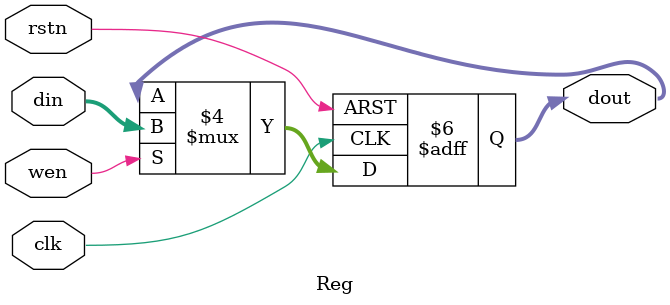
<source format=v>
`timescale 1ns / 1ps

/*
    ================================   REG module   ================================
    Author:         Wintermelon
    Last Edit:      2022.4.11

    This is a common register.
    Synchronous setting number, asynchronous reset.  
*/

module Reg 
#(
    parameter DATA_WIDTH = 32           // data width
)
(
    input [DATA_WIDTH-1 : 0] din,       // data input
    input clk, rstn, wen,               // control signals
    output reg [DATA_WIDTH-1 : 0] dout  // data output and storage
);
    initial begin
        dout <= 0;
    end
    
    always @(posedge clk or negedge rstn) begin 
        if (~rstn) begin
            dout <= 0;
        end
        else begin
            if (wen) 
                dout <= din;
        end
    end
endmodule

</source>
